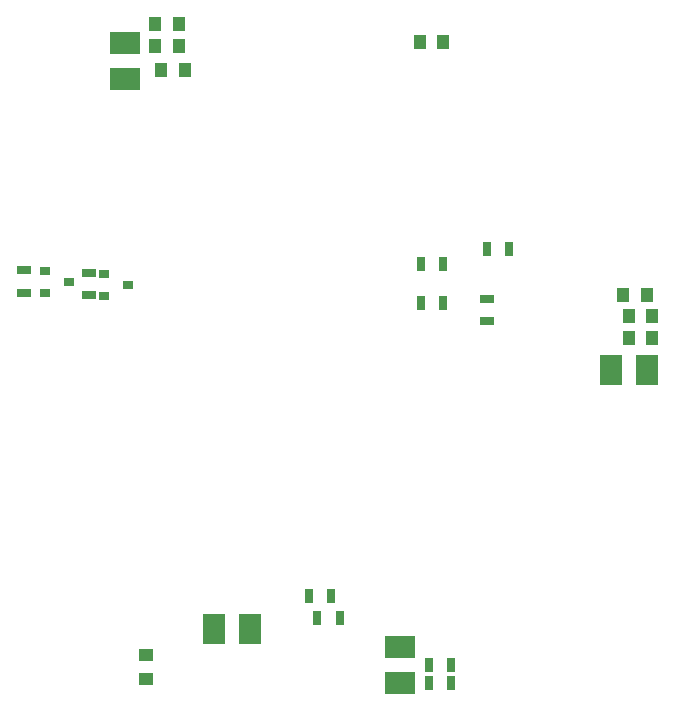
<source format=gbp>
G04 #@! TF.FileFunction,Paste,Bot*
%FSLAX46Y46*%
G04 Gerber Fmt 4.6, Leading zero omitted, Abs format (unit mm)*
G04 Created by KiCad (PCBNEW 4.0.7) date 06/01/18 20:15:47*
%MOMM*%
%LPD*%
G01*
G04 APERTURE LIST*
%ADD10C,0.100000*%
%ADD11R,0.900000X0.800000*%
%ADD12R,1.000000X1.250000*%
%ADD13R,1.250000X1.000000*%
%ADD14R,2.500000X1.950000*%
%ADD15R,1.950000X2.500000*%
%ADD16R,1.300000X0.700000*%
%ADD17R,0.700000X1.300000*%
G04 APERTURE END LIST*
D10*
D11*
X28500000Y-45050000D03*
X28500000Y-43150000D03*
X30500000Y-44100000D03*
D12*
X79913600Y-46990200D03*
X77913600Y-46990200D03*
D13*
X37063600Y-77665200D03*
X37063600Y-75665200D03*
D12*
X77913600Y-48840200D03*
X79913600Y-48840200D03*
D14*
X58563600Y-77990200D03*
X58563600Y-74940200D03*
D12*
X38338600Y-26165200D03*
X40338600Y-26165200D03*
D15*
X76413600Y-51515200D03*
X79463600Y-51515200D03*
D12*
X79438600Y-45140200D03*
X77438600Y-45140200D03*
X60238600Y-23765200D03*
X62238600Y-23765200D03*
X39838600Y-24090200D03*
X37838600Y-24090200D03*
X39813600Y-22240200D03*
X37813600Y-22240200D03*
D14*
X35263600Y-23865200D03*
X35263600Y-26915200D03*
D11*
X33500000Y-45300000D03*
X33500000Y-43400000D03*
X35500000Y-44350000D03*
D16*
X65913600Y-47390200D03*
X65913600Y-45490200D03*
D17*
X61010000Y-78030000D03*
X62910000Y-78030000D03*
X61013600Y-76465200D03*
X62913600Y-76465200D03*
X51563600Y-72515200D03*
X53463600Y-72515200D03*
D16*
X32200000Y-43300000D03*
X32200000Y-45200000D03*
D17*
X50813600Y-70690200D03*
X52713600Y-70690200D03*
D16*
X26700000Y-43100000D03*
X26700000Y-45000000D03*
D17*
X67788600Y-41265200D03*
X65888600Y-41265200D03*
X60313600Y-42540200D03*
X62213600Y-42540200D03*
X60313600Y-45815200D03*
X62213600Y-45815200D03*
D15*
X42810000Y-73420000D03*
X45860000Y-73420000D03*
M02*

</source>
